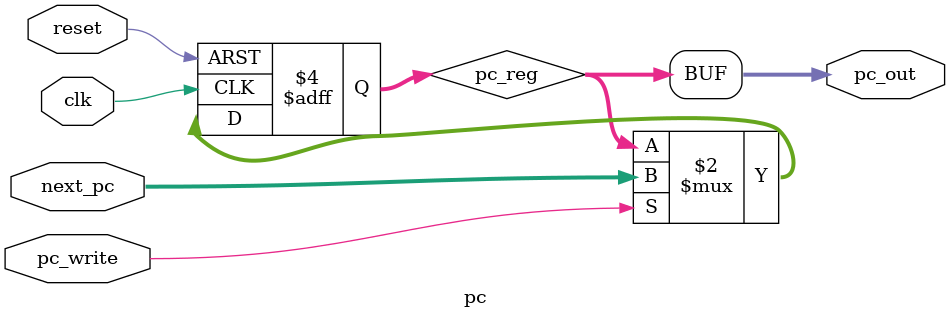
<source format=v>
`include "../common/defines.vh"

module pc(
input	 			clk,
input	 			reset,
input				pc_write,
input		[7:0]	next_pc,
output	[7:0] pc_out
);

// 8 bit pc
reg [7:0] pc_reg;

// sync update
always @(posedge clk or posedge reset)begin
	if(reset)
		pc_reg <= 8'd0;
	else if (pc_write)
		pc_reg <= next_pc;
end

assign pc_out = pc_reg;

endmodule
</source>
